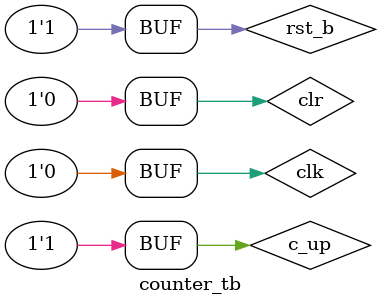
<source format=v>
module counter #(
    parameter w = 8,  // parametru de latime
    parameter iv = 8'hff  // parametrul de valoare initiala
) (
    input clk, rst_b, c_up, clr,
    output reg [w-1:0]q
);
    always @(posedge clk, negedge rst_b) begin //dupa posedge clk se adauga
    // toate semnalele asincrone (cum este semnalul rst_b in acest exemplu)
    // introduse prin posedge, daca sunt active la 1 sau negedge altfel; in 
    // cazul acesta, rst_b fiind activ la 0 este introdus prin negedge
        
        // in blocul always secvential, prima data sunt testate semnalele de comanda asincrone
        if (! rst_b)                q <= iv; // semnalul reset initializeaza contorul
        // dupa testarea intrarilor de comanda asincrone, sunt verificate cele sincrone
        else if (clr)               q <= iv; // semnalul clr este verificat primul pentru ca
                                             // are prioritate mai mare decat c_up
        else if (c_up)              q <= q + 1;
    end
endmodule

// in acest modul testbench, unitatea counter testata va avea parametrii:
//     w  = 8
//     iv = 8'hff
// conform cerintei problemei
module counter_tb;
    reg clk, rst_b, c_up, clr;
    wire [7:0] q; // expresia [w-1:0] din linia 6 devine in testbench [7:0] in urma inlocuirii
                  // lui w cu 8 si a calcularii expresiei w-1
    
    counter #(.w(8), .iv(8'hff)) dut(.clk(clk), .rst_b(rst_b), .c_up(c_up), .clr(clr), .q(q));
    // valorile parametrilor sunt modificate intr-un set de paranteze introduse prin simbolul #
    // intre aceste paranteze, valorile parametrilor sunt atributi ca si la conectarea porturilor:
    // folosind punctul urmat de numele parametrului iar intre paranteze de valoarea lui

    // generarea semnalului de clock se face, cvasi-intodeauna prin codul de mai jos; parametrii
    // semnalului de clock (perioada si numarul de impulsuri) sunt alese prin valorile constantelor
    // CLK_PERIOD si RUNNING_CYCLES
    localparam CLK_PERIOD=100, RUNNING_CYCLES=7;
    initial begin
        clk=0;
        repeat (2*RUNNING_CYCLES) #(CLK_PERIOD/2) clk=~clk;
    end
    // generarea semnalului de reset se face, prin codul de mai jos; durata de activare a semnalului
    // de reset este specificat prin constanta RST_DURATION
    localparam RST_DURATION=5;
    initial begin
        rst_b=0;
        #RST_DURATION rst_b=~rst_b;
    end

    // celelalte intrari (sincrone) pot fi generate in blocuri initial separate sau pot fi generate 
    // impreuna intr-un singur bloc initial ca mai jos
    initial begin
        c_up = 1; clr = 0;
        #(2*CLK_PERIOD) clr = 1;
        #(1*CLK_PERIOD) clr = 0;
        #(1*CLK_PERIOD) c_up = 0;
        #(1*CLK_PERIOD) c_up = 1;
    end
endmodule

// pentru simularea acestui testbench, se va folosi fereastra semnalelor de unda (activata 
// in Modelsim de la meniul view -> Wave)
// in sensul acesta, se vor adauga la finalul fisierului script comenzile de mai jos:
//   add wave *
//   run -all
</source>
